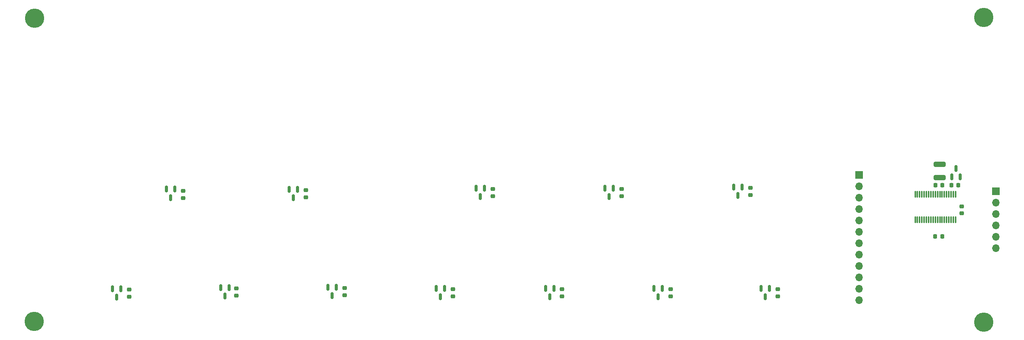
<source format=gts>
G04 #@! TF.GenerationSoftware,KiCad,Pcbnew,6.0.6-3a73a75311~116~ubuntu20.04.1*
G04 #@! TF.CreationDate,2022-09-30T12:23:53-04:00*
G04 #@! TF.ProjectId,developmentboard,64657665-6c6f-4706-9d65-6e74626f6172,rev?*
G04 #@! TF.SameCoordinates,Original*
G04 #@! TF.FileFunction,Soldermask,Top*
G04 #@! TF.FilePolarity,Negative*
%FSLAX46Y46*%
G04 Gerber Fmt 4.6, Leading zero omitted, Abs format (unit mm)*
G04 Created by KiCad (PCBNEW 6.0.6-3a73a75311~116~ubuntu20.04.1) date 2022-09-30 12:23:53*
%MOMM*%
%LPD*%
G01*
G04 APERTURE LIST*
G04 Aperture macros list*
%AMRoundRect*
0 Rectangle with rounded corners*
0 $1 Rounding radius*
0 $2 $3 $4 $5 $6 $7 $8 $9 X,Y pos of 4 corners*
0 Add a 4 corners polygon primitive as box body*
4,1,4,$2,$3,$4,$5,$6,$7,$8,$9,$2,$3,0*
0 Add four circle primitives for the rounded corners*
1,1,$1+$1,$2,$3*
1,1,$1+$1,$4,$5*
1,1,$1+$1,$6,$7*
1,1,$1+$1,$8,$9*
0 Add four rect primitives between the rounded corners*
20,1,$1+$1,$2,$3,$4,$5,0*
20,1,$1+$1,$4,$5,$6,$7,0*
20,1,$1+$1,$6,$7,$8,$9,0*
20,1,$1+$1,$8,$9,$2,$3,0*%
G04 Aperture macros list end*
%ADD10RoundRect,0.225000X-0.225000X-0.250000X0.225000X-0.250000X0.225000X0.250000X-0.225000X0.250000X0*%
%ADD11RoundRect,0.225000X0.225000X0.250000X-0.225000X0.250000X-0.225000X-0.250000X0.225000X-0.250000X0*%
%ADD12RoundRect,0.150000X-0.150000X0.587500X-0.150000X-0.587500X0.150000X-0.587500X0.150000X0.587500X0*%
%ADD13RoundRect,0.225000X0.250000X-0.225000X0.250000X0.225000X-0.250000X0.225000X-0.250000X-0.225000X0*%
%ADD14C,4.300000*%
%ADD15RoundRect,0.225000X-0.250000X0.225000X-0.250000X-0.225000X0.250000X-0.225000X0.250000X0.225000X0*%
%ADD16R,1.700000X1.700000*%
%ADD17O,1.700000X1.700000*%
%ADD18RoundRect,0.150000X0.150000X-0.587500X0.150000X0.587500X-0.150000X0.587500X-0.150000X-0.587500X0*%
%ADD19RoundRect,0.250000X1.075000X-0.312500X1.075000X0.312500X-1.075000X0.312500X-1.075000X-0.312500X0*%
%ADD20RoundRect,0.075000X-0.075000X0.662500X-0.075000X-0.662500X0.075000X-0.662500X0.075000X0.662500X0*%
G04 APERTURE END LIST*
D10*
X248638000Y-89656000D03*
X250188000Y-89656000D03*
D11*
X246619000Y-101066000D03*
X245069000Y-101066000D03*
D12*
X111640750Y-112425000D03*
X109740750Y-112425000D03*
X110690750Y-114300000D03*
D13*
X113484750Y-114137500D03*
X113484750Y-112587500D03*
X210004750Y-114391500D03*
X210004750Y-112841500D03*
D10*
X245082000Y-89656000D03*
X246632000Y-89656000D03*
D14*
X255894000Y-52206000D03*
D13*
X146492000Y-92039500D03*
X146492000Y-90489500D03*
X89354750Y-114216000D03*
X89354750Y-112666000D03*
D15*
X250994000Y-94348000D03*
X250994000Y-95898000D03*
D13*
X65478750Y-114470000D03*
X65478750Y-112920000D03*
X175194000Y-92039500D03*
X175194000Y-90489500D03*
X186128750Y-114391500D03*
X186128750Y-112841500D03*
X203896000Y-91785500D03*
X203896000Y-90235500D03*
D14*
X44354000Y-52356000D03*
D12*
X102992000Y-90581000D03*
X101092000Y-90581000D03*
X102042000Y-92456000D03*
X160154750Y-112679000D03*
X158254750Y-112679000D03*
X159204750Y-114554000D03*
D16*
X228092000Y-87371000D03*
D17*
X228092000Y-89911000D03*
X228092000Y-92451000D03*
X228092000Y-94991000D03*
X228092000Y-97531000D03*
X228092000Y-100071000D03*
X228092000Y-102611000D03*
X228092000Y-105151000D03*
X228092000Y-107691000D03*
X228092000Y-110231000D03*
X228092000Y-112771000D03*
X228092000Y-115311000D03*
D13*
X137614750Y-114391500D03*
X137614750Y-112841500D03*
D12*
X75626000Y-90502500D03*
X73726000Y-90502500D03*
X74676000Y-92377500D03*
D18*
X248744000Y-87793500D03*
X250644000Y-87793500D03*
X249694000Y-85918500D03*
D19*
X246094000Y-87918500D03*
X246094000Y-84993500D03*
D13*
X104836000Y-92293500D03*
X104836000Y-90743500D03*
D12*
X63634750Y-112757500D03*
X61734750Y-112757500D03*
X62684750Y-114632500D03*
X135770750Y-112679000D03*
X133870750Y-112679000D03*
X134820750Y-114554000D03*
D14*
X255914000Y-120206000D03*
X44254000Y-120056000D03*
D12*
X144648000Y-90327000D03*
X142748000Y-90327000D03*
X143698000Y-92202000D03*
X208160750Y-112679000D03*
X206260750Y-112679000D03*
X207210750Y-114554000D03*
X202052000Y-90073000D03*
X200152000Y-90073000D03*
X201102000Y-91948000D03*
D13*
X161920250Y-114391500D03*
X161920250Y-112841500D03*
D12*
X173350000Y-90327000D03*
X171450000Y-90327000D03*
X172400000Y-92202000D03*
D20*
X249595000Y-91625500D03*
X249095000Y-91625500D03*
X248595000Y-91625500D03*
X248095000Y-91625500D03*
X247595000Y-91625500D03*
X247095000Y-91625500D03*
X246595000Y-91625500D03*
X246095000Y-91625500D03*
X245595000Y-91625500D03*
X245095000Y-91625500D03*
X244595000Y-91625500D03*
X244095000Y-91625500D03*
X243595000Y-91625500D03*
X243095000Y-91625500D03*
X242595000Y-91625500D03*
X242095000Y-91625500D03*
X241595000Y-91625500D03*
X241095000Y-91625500D03*
X240595000Y-91625500D03*
X240595000Y-97350500D03*
X241095000Y-97350500D03*
X241595000Y-97350500D03*
X242095000Y-97350500D03*
X242595000Y-97350500D03*
X243095000Y-97350500D03*
X243595000Y-97350500D03*
X244095000Y-97350500D03*
X244595000Y-97350500D03*
X245095000Y-97350500D03*
X245595000Y-97350500D03*
X246095000Y-97350500D03*
X246595000Y-97350500D03*
X247095000Y-97350500D03*
X247595000Y-97350500D03*
X248095000Y-97350500D03*
X248595000Y-97350500D03*
X249095000Y-97350500D03*
X249595000Y-97350500D03*
D16*
X258544000Y-91006000D03*
D17*
X258544000Y-93546000D03*
X258544000Y-96086000D03*
X258544000Y-98626000D03*
X258544000Y-101166000D03*
X258544000Y-103706000D03*
D12*
X184284750Y-112679000D03*
X182384750Y-112679000D03*
X183334750Y-114554000D03*
X87764750Y-112503500D03*
X85864750Y-112503500D03*
X86814750Y-114378500D03*
D13*
X77470000Y-92469000D03*
X77470000Y-90919000D03*
M02*

</source>
